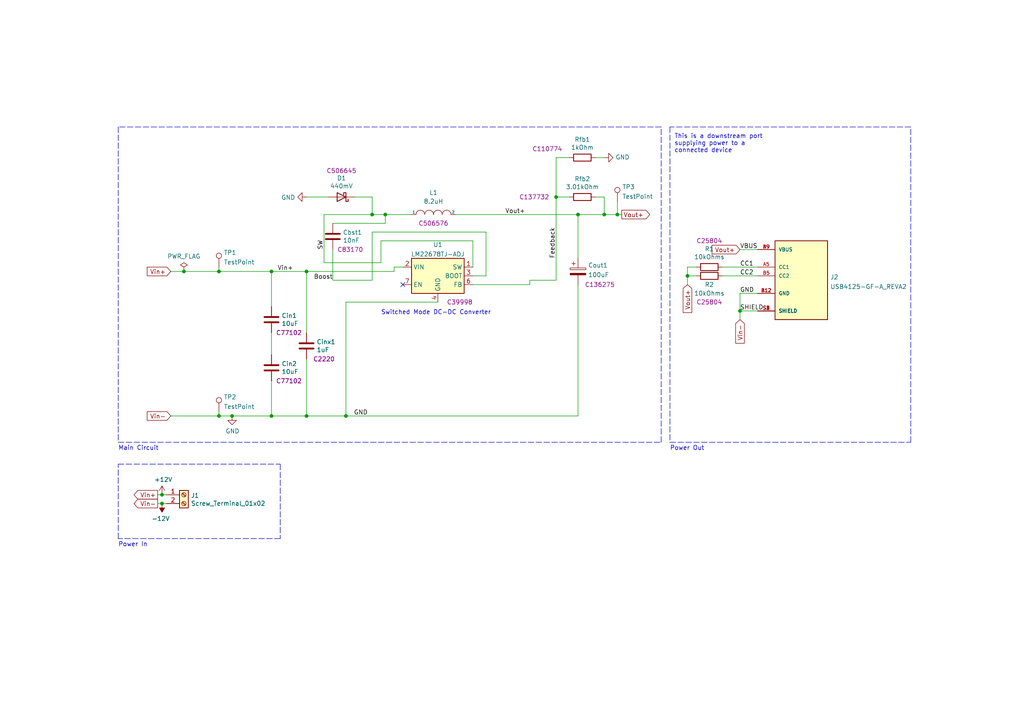
<source format=kicad_sch>
(kicad_sch (version 20211123) (generator eeschema)
  (paper "A4")
  (title_block (title "LM22678-ADJ Buck Converter") (date "2021-12-02") (rev "1") (company "By Joseph Gozum"))
  (lib_symbols
    (symbol "Connector:Screw_Terminal_01x02" (pin_names (offset 1.016) hide)
      (property "Reference" "J" (at 0 2.54 0))
      (property "Value" "Screw_Terminal_01x02" (at 0 -5.08 0))
      (symbol "Screw_Terminal_01x02_1_1"
        (rectangle (start -1.27 1.27) (end 1.27 -3.81) (stroke (width 0.254)) (fill (type background)))
        (circle (center 0 -2.54) (radius 0.635) (stroke (width 0.1524)))
        (polyline (pts (xy -0.5334 -2.2098) (xy 0.3302 -3.048)) (stroke (width 0.1524)))
        (polyline (pts (xy -0.5334 0.3302) (xy 0.3302 -0.508)) (stroke (width 0.1524)))
        (polyline (pts (xy -0.3556 -2.032) (xy 0.508 -2.8702)) (stroke (width 0.1524)))
        (polyline (pts (xy -0.3556 0.508) (xy 0.508 -0.3302)) (stroke (width 0.1524)))
        (circle (center 0 0) (radius 0.635) (stroke (width 0.1524)))
        (pin passive line (at -5.08 0 0) (length 3.81) (name "Pin_1") (number "1"))
        (pin passive line (at -5.08 -2.54 0) (length 3.81) (name "Pin_2") (number "2"))
      )
    )
    (symbol "Connector:TestPoint" (pin_numbers hide) (pin_names (offset 0.762) hide)
      (property "Reference" "TP" (at 0 6.858 0))
      (property "Value" "TestPoint" (at 0 5.08 0))
      (symbol "TestPoint_0_1"
        (circle (center 0 3.302) (radius 0.762))
      )
      (symbol "TestPoint_1_1"
        (pin passive line (at 0 0 90) (length 2.54) (name "1") (number "1"))
      )
    )
    (symbol "Device:C" (pin_numbers hide) (pin_names (offset 0.254))
      (property "Reference" "C" (at 0.635 2.54 0))
      (property "Value" "C" (at 0.635 -2.54 0))
      (symbol "C_0_1"
        (polyline (pts (xy -2.032 -0.762) (xy 2.032 -0.762)) (stroke (width 0.508)))
        (polyline (pts (xy -2.032 0.762) (xy 2.032 0.762)) (stroke (width 0.508)))
      )
      (symbol "C_1_1"
        (pin passive line (at 0 3.81 270) (length 2.794) (name "~") (number "1"))
        (pin passive line (at 0 -3.81 90) (length 2.794) (name "~") (number "2"))
      )
    )
    (symbol "Device:C_Polarized" (pin_numbers hide) (pin_names (offset 0.254))
      (property "Reference" "C" (at 0.635 2.54 0))
      (property "Value" "C_Polarized" (at 0.635 -2.54 0))
      (symbol "C_Polarized_0_1"
        (rectangle (start -2.286 0.508) (end 2.286 1.016))
        (polyline (pts (xy -1.778 2.286) (xy -0.762 2.286)))
        (polyline (pts (xy -1.27 2.794) (xy -1.27 1.778)))
        (rectangle (start 2.286 -0.508) (end -2.286 -1.016) (fill (type outline)))
      )
      (symbol "C_Polarized_1_1"
        (pin passive line (at 0 3.81 270) (length 2.794) (name "~") (number "1"))
        (pin passive line (at 0 -3.81 90) (length 2.794) (name "~") (number "2"))
      )
    )
    (symbol "Device:D_Schottky" (pin_numbers hide) (pin_names (offset 1.016) hide)
      (property "Reference" "D" (at 0 2.54 0))
      (property "Value" "D_Schottky" (at 0 -2.54 0))
      (symbol "D_Schottky_0_1"
        (polyline (pts (xy 1.27 0) (xy -1.27 0)))
        (polyline (pts (xy 1.27 1.27) (xy 1.27 -1.27) (xy -1.27 0) (xy 1.27 1.27)) (stroke (width 0.254)))
        (polyline (pts (xy -1.905 0.635) (xy -1.905 1.27) (xy -1.27 1.27) (xy -1.27 -1.27) (xy -0.635 -1.27) (xy -0.635 -0.635)) (stroke (width 0.254)))
      )
      (symbol "D_Schottky_1_1"
        (pin passive line (at -3.81 0 0) (length 2.54) (name "K") (number "1"))
        (pin passive line (at 3.81 0 180) (length 2.54) (name "A") (number "2"))
      )
    )
    (symbol "Device:R" (pin_numbers hide) (pin_names (offset 0))
      (property "Reference" "R" (at 2.032 0 90))
      (property "Value" "R" (at 0 0 90))
      (symbol "R_0_1"
        (rectangle (start -1.016 -2.54) (end 1.016 2.54) (stroke (width 0.254)))
      )
      (symbol "R_1_1"
        (pin passive line (at 0 3.81 270) (length 1.27) (name "~") (number "1"))
        (pin passive line (at 0 -3.81 90) (length 1.27) (name "~") (number "2"))
      )
    )
    (symbol "Regulator_Switching:LM22678TJ-ADJ"
      (property "Reference" "U" (at -6.35 6.35 0))
      (property "Value" "LM22678TJ-ADJ" (at 5.08 6.35 0))
      (symbol "LM22678TJ-ADJ_0_1"
        (rectangle (start -7.62 5.08) (end 7.62 -5.08) (stroke (width 0.254)) (fill (type background)))
      )
      (symbol "LM22678TJ-ADJ_1_1"
        (pin power_out line (at 10.16 2.54 180) (length 2.54) (name "SW") (number "1"))
        (pin power_in line (at -10.16 2.54 0) (length 2.54) (name "VIN") (number "2"))
        (pin passive line (at 10.16 0 180) (length 2.54) (name "BOOT") (number "3"))
        (pin power_in line (at 0 -7.62 90) (length 2.54) (name "GND") (number "4"))
        (pin no_connect line (at -7.62 0 0) (length 2.54) hide (name "NC") (number "5"))
        (pin input line (at 10.16 -2.54 180) (length 2.54) (name "FB") (number "6"))
        (pin input line (at -10.16 -2.54 0) (length 2.54) (name "EN") (number "7"))
        (pin passive line (at 0 -7.62 90) (length 2.54) hide (name "GND") (number "8"))
      )
    )
    (symbol "USB-C-6pin:USB4125-GF-A_REVA2" (pin_names (offset 1.016))
      (property "Reference" "J" (at -7.62 10.922 0))
      (property "Value" "USB4125-GF-A_REVA2" (at -7.62 -13.462 0))
      (symbol "USB4125-GF-A_REVA2_0_0"
        (rectangle (start -7.62 -12.7) (end 7.62 10.16) (stroke (width 0.254)) (fill (type background)))
        (pin power_in line (at -12.7 -5.08 0) (length 5.08) (name "GND") (number "A12"))
        (pin bidirectional line (at -12.7 2.54 0) (length 5.08) (name "CC1") (number "A5"))
        (pin power_in line (at -12.7 7.62 0) (length 5.08) (name "VBUS") (number "A9"))
        (pin power_in line (at -12.7 -5.08 0) (length 5.08) (name "GND") (number "B12"))
        (pin bidirectional line (at -12.7 0 0) (length 5.08) (name "CC2") (number "B5"))
        (pin power_in line (at -12.7 7.62 0) (length 5.08) (name "VBUS") (number "B9"))
        (pin passive line (at -12.7 -10.16 0) (length 5.08) (name "SHIELD") (number "S1"))
        (pin passive line (at -12.7 -10.16 0) (length 5.08) (name "SHIELD") (number "S2"))
        (pin passive line (at -12.7 -10.16 0) (length 5.08) (name "SHIELD") (number "S3"))
        (pin passive line (at -12.7 -10.16 0) (length 5.08) (name "SHIELD") (number "S4"))
      )
    )
    (symbol "power:+12V" (power) (pin_names (offset 0))
      (property "Value" "+12V" (at 0 3.556 0))
      (symbol "+12V_0_1"
        (polyline (pts (xy -0.762 1.27) (xy 0 2.54)))
        (polyline (pts (xy 0 0) (xy 0 2.54)))
        (polyline (pts (xy 0 2.54) (xy 0.762 1.27)))
      )
      (symbol "+12V_1_1"
        (pin power_in line (at 0 0 90) (length 0) hide (name "+12V") (number "1"))
      )
    )
    (symbol "power:-12V" (power) (pin_names (offset 0))
      (property "Value" "-12V" (at 0 3.81 0))
      (symbol "-12V_0_0"
        (pin power_in line (at 0 0 90) (length 0) hide (name "-12V") (number "1"))
      )
      (symbol "-12V_0_1"
        (polyline (pts (xy 0 0) (xy 0 1.27) (xy 0.762 1.27) (xy 0 2.54) (xy -0.762 1.27) (xy 0 1.27)) (fill (type outline)))
      )
    )
    (symbol "power:GND" (power) (pin_names (offset 0))
      (property "Value" "GND" (at 0 -3.81 0))
      (symbol "GND_0_1"
        (polyline (pts (xy 0 0) (xy 0 -1.27) (xy 1.27 -1.27) (xy 0 -2.54) (xy -1.27 -1.27) (xy 0 -1.27)))
      )
      (symbol "GND_1_1"
        (pin power_in line (at 0 0 270) (length 0) hide (name "GND") (number "1"))
      )
    )
    (symbol "power:PWR_FLAG" (power) (pin_numbers hide) (pin_names (offset 0) hide)
      (property "Value" "PWR_FLAG" (at 0 3.81 0))
      (symbol "PWR_FLAG_0_0"
        (pin power_out line (at 0 0 90) (length 0) (name "pwr") (number "1"))
      )
      (symbol "PWR_FLAG_0_1"
        (polyline (pts (xy 0 0) (xy 0 1.27) (xy -1.016 1.905) (xy 0 2.54) (xy 1.016 1.905) (xy 0 1.27)))
      )
    )
    (symbol "pspice:INDUCTOR" (pin_numbers hide) (pin_names (offset 0))
      (property "Reference" "L" (at 0 2.54 0))
      (property "Value" "INDUCTOR" (at 0 -1.27 0))
      (symbol "INDUCTOR_0_1"
        (arc (start -2.54 0) (mid -3.81 1.27) (end -5.08 0))
        (arc (start 0 0) (mid -1.27 1.27) (end -2.54 0))
        (arc (start 2.54 0) (mid 1.27 1.27) (end 0 0))
        (arc (start 5.08 0) (mid 3.81 1.27) (end 2.54 0))
      )
      (symbol "INDUCTOR_1_1"
        (pin input line (at -6.35 0 0) (length 1.27) (name "1") (number "1"))
        (pin input line (at 6.35 0 180) (length 1.27) (name "2") (number "2"))
      )
    )
  )
  (junction (at 53.34 78.74))
  (junction (at 63.5 78.74))
  (junction (at 67.31 120.65))
  (junction (at 107.95 62.23))
  (junction (at 179.07 62.23))
  (junction (at 111.76 62.23))
  (junction (at 214.63 90.17))
  (junction (at 100.33 120.65))
  (junction (at 88.9 120.65))
  (junction (at 175.26 62.23))
  (junction (at 46.99 143.51))
  (junction (at 199.39 80.01))
  (junction (at 78.74 78.74))
  (junction (at 88.9 78.74))
  (junction (at 63.5 120.65))
  (junction (at 78.74 120.65))
  (junction (at 161.29 57.15))
  (junction (at 46.99 146.05))
  (junction (at 167.64 62.23))
  (no_connect (at 116.84 82.55))
  (polyline (pts (xy 34.29 128.27) (xy 191.77 128.27)))
  (wire (pts (xy 165.1 57.15) (xy 161.29 57.15)))
  (wire (pts (xy 219.71 85.09) (xy 214.63 85.09)))
  (wire (pts (xy 78.74 78.74) (xy 78.74 88.9)))
  (wire (pts (xy 100.33 120.65) (xy 167.64 120.65)))
  (wire (pts (xy 214.63 92.71) (xy 214.63 90.17)))
  (wire (pts (xy 167.64 62.23) (xy 175.26 62.23)))
  (wire (pts (xy 127 87.63) (xy 100.33 87.63)))
  (wire (pts (xy 46.99 143.51) (xy 48.26 143.51)))
  (polyline (pts (xy 264.16 36.83) (xy 194.31 36.83)))
  (wire (pts (xy 179.07 62.23) (xy 180.34 62.23)))
  (wire (pts (xy 201.93 77.47) (xy 199.39 77.47)))
  (wire (pts (xy 100.33 87.63) (xy 100.33 120.65)))
  (wire (pts (xy 153.67 81.28) (xy 161.29 81.28)))
  (wire (pts (xy 201.93 80.01) (xy 199.39 80.01)))
  (wire (pts (xy 114.3 77.47) (xy 116.84 77.47)))
  (wire (pts (xy 93.98 62.23) (xy 107.95 62.23)))
  (wire (pts (xy 199.39 77.47) (xy 199.39 80.01)))
  (wire (pts (xy 53.34 78.74) (xy 63.5 78.74)))
  (wire (pts (xy 140.97 80.01) (xy 140.97 67.31)))
  (wire (pts (xy 45.72 143.51) (xy 46.99 143.51)))
  (wire (pts (xy 137.16 69.85) (xy 110.49 69.85)))
  (wire (pts (xy 107.95 67.31) (xy 107.95 81.28)))
  (wire (pts (xy 161.29 57.15) (xy 161.29 81.28)))
  (wire (pts (xy 78.74 110.49) (xy 78.74 120.65)))
  (wire (pts (xy 114.3 78.74) (xy 114.3 77.47)))
  (wire (pts (xy 161.29 45.72) (xy 161.29 57.15)))
  (wire (pts (xy 153.67 82.55) (xy 153.67 81.28)))
  (wire (pts (xy 119.38 62.23) (xy 111.76 62.23)))
  (wire (pts (xy 63.5 119.38) (xy 63.5 120.65)))
  (wire (pts (xy 167.64 82.55) (xy 167.64 120.65)))
  (wire (pts (xy 219.71 72.39) (xy 214.63 72.39)))
  (wire (pts (xy 110.49 69.85) (xy 110.49 76.2)))
  (wire (pts (xy 88.9 104.14) (xy 88.9 120.65)))
  (wire (pts (xy 167.64 74.93) (xy 167.64 62.23)))
  (wire (pts (xy 78.74 120.65) (xy 67.31 120.65)))
  (polyline (pts (xy 81.28 156.21) (xy 34.29 156.21)))
  (polyline (pts (xy 34.29 156.21) (xy 34.29 134.62)))
  (wire (pts (xy 88.9 96.52) (xy 88.9 78.74)))
  (wire (pts (xy 49.53 120.65) (xy 63.5 120.65)))
  (polyline (pts (xy 191.77 36.83) (xy 34.29 36.83)))
  (wire (pts (xy 209.55 77.47) (xy 219.71 77.47)))
  (wire (pts (xy 96.52 64.77) (xy 111.76 64.77)))
  (wire (pts (xy 161.29 45.72) (xy 165.1 45.72)))
  (wire (pts (xy 107.95 57.15) (xy 107.95 62.23)))
  (wire (pts (xy 175.26 62.23) (xy 179.07 62.23)))
  (polyline (pts (xy 194.31 36.83) (xy 194.31 128.27)))
  (wire (pts (xy 140.97 67.31) (xy 107.95 67.31)))
  (wire (pts (xy 78.74 96.52) (xy 78.74 102.87)))
  (wire (pts (xy 111.76 64.77) (xy 111.76 62.23)))
  (wire (pts (xy 96.52 81.28) (xy 96.52 72.39)))
  (wire (pts (xy 53.34 78.74) (xy 49.53 78.74)))
  (wire (pts (xy 95.25 57.15) (xy 88.9 57.15)))
  (wire (pts (xy 93.98 76.2) (xy 93.98 62.23)))
  (polyline (pts (xy 34.29 134.62) (xy 81.28 134.62)))
  (wire (pts (xy 63.5 78.74) (xy 78.74 78.74)))
  (wire (pts (xy 88.9 120.65) (xy 78.74 120.65)))
  (wire (pts (xy 175.26 57.15) (xy 175.26 62.23)))
  (wire (pts (xy 48.26 146.05) (xy 46.99 146.05)))
  (wire (pts (xy 172.72 45.72) (xy 175.26 45.72)))
  (wire (pts (xy 199.39 80.01) (xy 199.39 82.55)))
  (wire (pts (xy 137.16 82.55) (xy 153.67 82.55)))
  (polyline (pts (xy 194.31 128.27) (xy 264.16 128.27)))
  (wire (pts (xy 137.16 77.47) (xy 137.16 69.85)))
  (polyline (pts (xy 81.28 134.62) (xy 81.28 156.21)))
  (wire (pts (xy 93.98 76.2) (xy 110.49 76.2)))
  (wire (pts (xy 88.9 120.65) (xy 100.33 120.65)))
  (wire (pts (xy 107.95 62.23) (xy 111.76 62.23)))
  (wire (pts (xy 214.63 85.09) (xy 214.63 90.17)))
  (wire (pts (xy 172.72 57.15) (xy 175.26 57.15)))
  (wire (pts (xy 63.5 77.47) (xy 63.5 78.74)))
  (wire (pts (xy 63.5 120.65) (xy 67.31 120.65)))
  (wire (pts (xy 179.07 58.42) (xy 179.07 62.23)))
  (polyline (pts (xy 191.77 128.27) (xy 191.77 36.83)))
  (wire (pts (xy 96.52 81.28) (xy 107.95 81.28)))
  (wire (pts (xy 46.99 146.05) (xy 45.72 146.05)))
  (polyline (pts (xy 264.16 128.27) (xy 264.16 36.83)))
  (wire (pts (xy 219.71 90.17) (xy 214.63 90.17)))
  (wire (pts (xy 78.74 78.74) (xy 88.9 78.74)))
  (wire (pts (xy 132.08 62.23) (xy 167.64 62.23)))
  (wire (pts (xy 88.9 78.74) (xy 114.3 78.74)))
  (polyline (pts (xy 34.29 36.83) (xy 34.29 128.27)))
  (wire (pts (xy 102.87 57.15) (xy 107.95 57.15)))
  (wire (pts (xy 137.16 80.01) (xy 140.97 80.01)))
  (wire (pts (xy 209.55 80.01) (xy 219.71 80.01)))
  (text "Switched Mode DC-DC Converter\n" (at 110.49 91.44 0) (effects (font (size 1.27 1.27)) (justify left bottom)))
  (text "Power In\n" (at 34.29 158.75 0) (effects (font (size 1.27 1.27)) (justify left bottom)))
  (text "This is a downstream port\nsupplying power to a \nconnected device" (at 195.58 44.45 0) (effects (font (size 1.27 1.27)) (justify left bottom)))
  (text "Power Out\n" (at 194.31 130.81 0) (effects (font (size 1.27 1.27)) (justify left bottom)))
  (text "Main Circuit" (at 34.29 130.81 0) (effects (font (size 1.27 1.27)) (justify left bottom)))
  (label "GND" (at 214.63 85.09 0))
  (label "Boost" (at 96.52 81.28 180))
  (label "SHIELD" (at 214.63 90.17 0))
  (label "Vin+" (at 85.09 78.74 180))
  (label "SW" (at 93.98 72.39 90))
  (label "Vout+" (at 152.4 62.23 180))
  (label "VBUS" (at 214.63 72.39 0))
  (label "CC1" (at 214.63 77.47 0))
  (label "Feedback" (at 161.29 74.93 90))
  (label "GND" (at 106.68 120.65 180))
  (label "CC2" (at 214.63 80.01 0))
  (global_label "Vout+" (shape input) (at 214.63 72.39 180) (property "Intersheet References" "${INTERSHEET_REFS}" (effects hide)))
  (global_label "Vin+" (shape output) (at 45.72 143.51 180) (property "Intersheet References" "${INTERSHEET_REFS}" (effects hide)))
  (global_label "Vin-" (shape output) (at 45.72 146.05 180) (property "Intersheet References" "${INTERSHEET_REFS}" (effects hide)))
  (global_label "Vin+" (shape input) (at 49.53 78.74 180) (property "Intersheet References" "${INTERSHEET_REFS}" (effects hide)))
  (global_label "Vout+" (shape output) (at 180.34 62.23 0) (property "Intersheet References" "${INTERSHEET_REFS}" (effects hide)))
  (global_label "Vin-" (shape input) (at 49.53 120.65 180) (property "Intersheet References" "${INTERSHEET_REFS}" (effects hide)))
  (global_label "Vin-" (shape input) (at 214.63 92.71 270) (property "Intersheet References" "${INTERSHEET_REFS}" (effects hide)))
  (global_label "Vout+" (shape input) (at 199.39 82.55 270) (property "Intersheet References" "${INTERSHEET_REFS}" (effects hide)))
  (symbol (lib_id "power:PWR_FLAG") (at 53.34 78.74 0) (unit 1)
    (property "Reference" "#FLG0102" (effects hide))
    (property "Value" "PWR_FLAG" (at 53.34 74.3458 0))
  )
  (symbol (lib_id "power:GND") (at 67.31 120.65 0) (unit 1)
    (property "Reference" "#PWR0101" (effects hide))
    (property "Value" "GND" (at 67.437 125.0442 0))
  )
  (symbol (lib_id "Device:C") (at 78.74 92.71 0) (unit 1)
    (property "Reference" "Cin1" (at 81.661 91.5416 0) (effects (justify left)))
    (property "Value" "10uF" (at 81.661 93.853 0) (effects (justify left)))
    (property "Footprint" "Capacitor_SMD:C_1210_3225Metric" (effects hide))
    (property "LCSC" "C77102" (at 83.82 96.52 0))
  )
  (symbol (lib_id "Device:C") (at 78.74 106.68 0) (unit 1)
    (property "Reference" "Cin2" (at 81.661 105.5116 0) (effects (justify left)))
    (property "Value" "10uF" (at 81.661 107.823 0) (effects (justify left)))
    (property "Footprint" "Capacitor_SMD:C_1210_3225Metric" (effects hide))
    (property "LCSC" "C77102" (at 83.82 110.49 0))
  )
  (symbol (lib_id "Device:C") (at 88.9 100.33 0) (unit 1)
    (property "Reference" "Cinx1" (at 91.821 99.1616 0) (effects (justify left)))
    (property "Value" "1uF" (at 91.821 101.473 0) (effects (justify left)))
    (property "Footprint" "Capacitor_SMD:C_2220_5650Metric" (effects hide))
    (property "LCSC" "C2220" (at 93.98 104.14 0))
  )
  (symbol (lib_id "Device:D_Schottky") (at 99.06 57.15 180) (unit 1)
    (property "Reference" "D1" (at 99.06 51.6636 0))
    (property "Value" "440mV" (at 99.06 53.975 0))
    (property "Footprint" "Diode_SMD:D_SMC" (effects hide))
    (property "LCSC" "C506645" (at 99.06 49.53 0))
  )
  (symbol (lib_id "power:GND") (at 88.9 57.15 270) (unit 1)
    (property "Reference" "#PWR0102" (effects hide))
    (property "Value" "GND" (at 85.6488 57.277 90) (effects (justify right)))
  )
  (symbol (lib_id "Device:C") (at 96.52 68.58 0) (unit 1)
    (property "Reference" "Cbst1" (at 99.441 67.4116 0) (effects (justify left)))
    (property "Value" "10nF" (at 99.441 69.723 0) (effects (justify left)))
    (property "Footprint" "Capacitor_SMD:C_0805_2012Metric" (effects hide))
    (property "LCSC" "C83170" (at 101.6 72.39 0))
  )
  (symbol (lib_id "pspice:INDUCTOR") (at 125.73 62.23 0) (unit 1)
    (property "Reference" "L1" (at 125.73 55.88 0))
    (property "Value" "8.2uH" (at 125.73 58.42 0))
    (property "Footprint" "Inductor_SMD:L_Vishay_IHLP-2525" (effects hide))
    (property "LCSC" "C506576" (at 125.73 64.77 0))
  )
  (symbol (lib_id "Device:R") (at 168.91 57.15 270) (unit 1)
    (property "Reference" "Rfb2" (at 168.91 51.8922 90))
    (property "Value" "3.01kOhm" (at 168.91 54.2036 90))
    (property "Footprint" "Resistor_SMD:R_0603_1608Metric" (effects hide))
    (property "LCSC" "C137732" (at 154.94 57.15 90))
  )
  (symbol (lib_id "Device:R") (at 168.91 45.72 270) (unit 1)
    (property "Reference" "Rfb1" (at 168.91 40.4622 90))
    (property "Value" "1kOhm" (at 168.91 42.7736 90))
    (property "Footprint" "Resistor_SMD:R_0805_2012Metric" (effects hide))
    (property "LCSC" "C110774" (at 158.75 43.18 90))
  )
  (symbol (lib_id "power:GND") (at 175.26 45.72 90) (unit 1)
    (property "Reference" "#PWR0103" (effects hide))
    (property "Value" "GND" (at 178.5112 45.593 90) (effects (justify right)))
  )
  (symbol (lib_id "Device:R") (at 205.74 77.47 270) (unit 1)
    (property "Reference" "R1" (at 205.74 72.2122 90))
    (property "Value" "10kOhms" (at 205.74 74.5236 90))
    (property "Footprint" "Resistor_SMD:R_0603_1608Metric" (effects hide))
    (property "LCSC" "C25804" (at 205.74 69.85 90))
  )
  (symbol (lib_id "Device:R") (at 205.74 80.01 90) (unit 1)
    (property "Reference" "R2" (at 205.74 82.55 90))
    (property "Value" "10kOhms" (at 205.74 85.09 90))
    (property "Footprint" "Resistor_SMD:R_0603_1608Metric" (effects hide))
    (property "LCSC" "C25804" (at 205.74 87.63 90))
  )
  (symbol (lib_id "Connector:Screw_Terminal_01x02") (at 53.34 143.51 0) (unit 1)
    (property "Reference" "J1" (at 55.372 143.7132 0) (effects (justify left)))
    (property "Value" "Screw_Terminal_01x02" (at 55.372 146.0246 0) (effects (justify left)))
    (property "Footprint" "TerminalBlock:TerminalBlock_bornier-2_P5.08mm" (effects hide))
  )
  (symbol (lib_id "power:+12V") (at 46.99 143.51 0) (unit 1)
    (property "Reference" "#PWR01" (effects hide))
    (property "Value" "+12V" (at 47.371 139.1158 0))
  )
  (symbol (lib_id "power:-12V") (at 46.99 146.05 180) (unit 1)
    (property "Reference" "#PWR02" (effects hide))
    (property "Value" "-12V" (at 46.609 150.4442 0))
  )
  (symbol (lib_id "USB-C-6pin:USB4125-GF-A_REVA2") (at 232.41 80.01 0) (unit 1)
    (property "Reference" "J2" (at 240.792 80.3715 0) (effects (justify left)))
    (property "Value" "USB4125-GF-A_REVA2" (at 240.792 83.1466 0) (effects (justify left)))
    (property "Footprint" "USB-C-6pin:GCT_USB4125-GF-A_REVA2" (effects hide))
    (property "PARTREV" "Rev A2" (effects hide))
    (property "MAXIMUM_PACKAGE_HEIGHT" "3.16 mm" (effects hide))
    (property "MANUFACTURER" "GCT" (effects hide))
    (property "STANDARD" "Manufacturer Recommendations" (effects hide))
  )
  (symbol (lib_id "Connector:TestPoint") (at 63.5 119.38 0) (unit 1)
    (property "Reference" "TP2" (at 64.897 115.1695 0) (effects (justify left)))
    (property "Value" "TestPoint" (at 64.897 117.9446 0) (effects (justify left)))
    (property "Footprint" "TestPoint:TestPoint_Loop_D2.50mm_Drill1.0mm" (effects hide))
  )
  (symbol (lib_id "Regulator_Switching:LM22678TJ-ADJ") (at 127 80.01 0) (unit 1)
    (property "Reference" "U1" (at 127 70.9635 0))
    (property "Value" "LM22678TJ-ADJ" (at 127 73.7386 0))
    (property "Footprint" "LM22678-ADJ:LM22678TJE-ADJ&slash_NOPB" (effects hide))
    (property "Datasheet" "https://www.ti.com/lit/ds/symlink/lm22678.pdf" (effects hide))
    (property "LCSC" "C39998" (at 133.35 87.63 0))
  )
  (symbol (lib_id "Connector:TestPoint") (at 63.5 77.47 0) (unit 1)
    (property "Reference" "TP1" (at 64.897 73.2595 0) (effects (justify left)))
    (property "Value" "TestPoint" (at 64.897 76.0346 0) (effects (justify left)))
    (property "Footprint" "TestPoint:TestPoint_Loop_D2.50mm_Drill1.0mm" (effects hide))
  )
  (symbol (lib_id "Connector:TestPoint") (at 179.07 58.42 0) (unit 1)
    (property "Reference" "TP3" (at 180.467 54.2095 0) (effects (justify left)))
    (property "Value" "TestPoint" (at 180.467 56.9846 0) (effects (justify left)))
    (property "Footprint" "TestPoint:TestPoint_Loop_D2.50mm_Drill1.0mm" (effects hide))
  )
  (symbol (lib_id "Device:C_Polarized") (at 167.64 78.74 0) (unit 1)
    (property "Reference" "Cout1" (at 170.561 76.9425 0) (effects (justify left)))
    (property "Value" "100uF" (at 170.561 79.7176 0) (effects (justify left)))
    (property "Footprint" "Capacitor_SMD:CP_Elec_6.3x5.9" (effects hide))
    (property "LCSC" "C136275" (at 173.99 82.55 0))
  )
)
</source>
